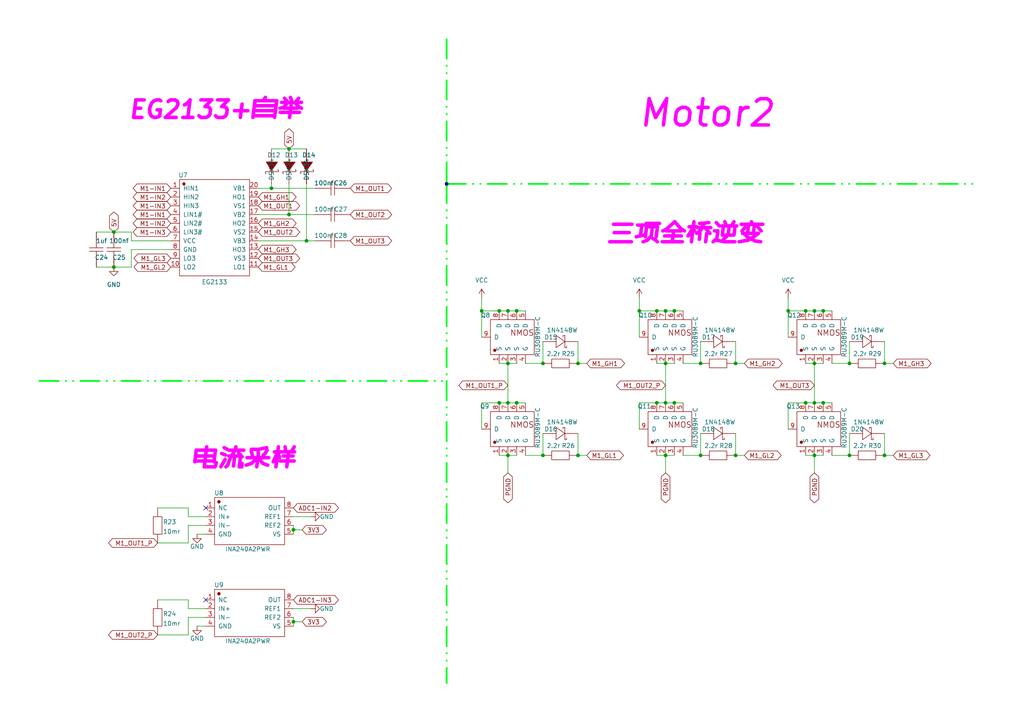
<source format=kicad_sch>
(kicad_sch (version 20250114) (generator "eeschema") (generator_version "9.0")
  (paper "A4")
  (title_block (title "Drive2") (date "2025-01-24") (rev "Dennis_Re_Yoonjiho"))
  (lib_symbols
    (symbol "Ts_Foc_Vo符号库:1N4148W" (pin_numbers (hide yes)) (pin_names (offset 1.016) (hide yes))
      (property "Reference" "D" (at -5.08 1.524 0))
      (property "Value" "1N4148W" (at 1.016 3.048 0))
      (symbol "1N4148W_1_1"
        (polyline (pts (xy -2.54 0) (xy -1.27 0)) (stroke (width 0.1524)))
        (polyline (pts (xy -1.27 -1.778) (xy 1.27 0) (xy -1.27 1.778) (xy -1.27 -1.778)) (stroke (width 0.1524)))
        (polyline (pts (xy 1.27 0) (xy 2.54 0)) (stroke (width 0.1524)))
        (polyline (pts (xy 1.778 -1.27) (xy 1.778 -1.778) (xy 1.27 -1.778) (xy 1.27 1.778) (xy 0.762 1.778) (xy 0.762 1.27)) (stroke (width 0.1524)))
        (pin input line (at -5.08 0 0) (length 2.54) (name "A") (number "1"))
        (pin input line (at 5.08 0 180) (length 2.54) (name "K") (number "2"))
      )
    )
    (symbol "Ts_Foc_Vo符号库:CAP" (pin_numbers (hide yes)) (pin_names (offset 1.016) (hide yes))
      (property "Reference" "C" (at -2.286 1.524 0))
      (property "Value" "Value" (at 3.81 1.524 0))
      (symbol "CAP_1_1"
        (polyline (pts (xy -0.508 0) (xy -2.54 0)) (stroke (width 0.1524)))
        (polyline (pts (xy -0.508 -2.032) (xy -0.508 2.032)) (stroke (width 0.1524)))
        (polyline (pts (xy 0.508 2.032) (xy 0.508 -2.032)) (stroke (width 0.1524)))
        (polyline (pts (xy 2.54 0) (xy 0.508 0)) (stroke (width 0.1524)))
        (pin input line (at -5.08 0 0) (length 2.54) (name "1") (number "1"))
        (pin input line (at 5.08 0 180) (length 2.54) (name "2") (number "2"))
      )
    )
    (symbol "Ts_Foc_Vo符号库:DSK34" (pin_numbers (hide yes)) (pin_names (offset 1.016) (hide yes))
      (property "Reference" "D" (at -4.064 1.778 0))
      (property "Value" "DSK34" (at 3.048 2.54 0))
      (symbol "DSK34_1_1"
        (polyline (pts (xy -2.032 1.524) (xy -2.032 1.778) (xy -1.524 1.778) (xy -1.524 -2.032) (xy -1.016 -2.032) (xy -1.016 -1.778)) (stroke (width 0.1524)))
        (polyline (pts (xy 1.27 1.524) (xy -1.27 0) (xy 1.27 -1.778) (xy 1.27 1.524)) (stroke (width 0.1524)) (fill (type outline)))
        (pin input line (at -5.08 0 0) (length 3.81) (name "K") (number "1"))
        (pin input line (at 5.08 0 180) (length 3.81) (name "A") (number "2"))
      )
    )
    (symbol "Ts_Foc_Vo符号库:EG2133" (pin_names (offset 1.016))
      (property "Reference" "U" (at -9.652 14.986 0))
      (property "Value" "EG2133" (at 1.524 15.494 0))
      (symbol "EG2133_1_1"
        (rectangle (start -10.16 13.97) (end 10.16 -13.97) (stroke (width 0.1524)))
        (circle (center -8.89 12.7) (radius 0.381) (stroke (width 0.1524)) (fill (type outline)))
        (pin input line (at -12.7 11.43 0) (length 2.54) (name "HIN1") (number "1"))
        (pin input line (at -12.7 8.89 0) (length 2.54) (name "HIN2") (number "2"))
        (pin input line (at -12.7 6.35 0) (length 2.54) (name "HIN3") (number "3"))
        (pin input line (at -12.7 3.81 0) (length 2.54) (name "LIN1#") (number "4"))
        (pin input line (at -12.7 1.27 0) (length 2.54) (name "LIN2#") (number "5"))
        (pin input line (at -12.7 -1.27 0) (length 2.54) (name "LIN3#") (number "6"))
        (pin input line (at -12.7 -3.81 0) (length 2.54) (name "VCC") (number "7"))
        (pin input line (at -12.7 -6.35 0) (length 2.54) (name "GND") (number "8"))
        (pin input line (at -12.7 -8.89 0) (length 2.54) (name "LO3") (number "9"))
        (pin input line (at -12.7 -11.43 0) (length 2.54) (name "LO2") (number "10"))
        (pin input line (at 12.7 11.43 180) (length 2.54) (name "VB1") (number "20"))
        (pin input line (at 12.7 8.89 180) (length 2.54) (name "HO1") (number "19"))
        (pin input line (at 12.7 6.35 180) (length 2.54) (name "VS1") (number "18"))
        (pin input line (at 12.7 3.81 180) (length 2.54) (name "VB2") (number "17"))
        (pin input line (at 12.7 1.27 180) (length 2.54) (name "HO2") (number "16"))
        (pin input line (at 12.7 -1.27 180) (length 2.54) (name "VS2") (number "15"))
        (pin input line (at 12.7 -3.81 180) (length 2.54) (name "VB3") (number "14"))
        (pin input line (at 12.7 -6.35 180) (length 2.54) (name "HO3") (number "13"))
        (pin input line (at 12.7 -8.89 180) (length 2.54) (name "VS3") (number "12"))
        (pin input line (at 12.7 -11.43 180) (length 2.54) (name "LO1") (number "11"))
      )
    )
    (symbol "Ts_Foc_Vo符号库:INA240A2PWR" (pin_names (offset 1.016))
      (property "Reference" "U" (at -9.906 8.128 0))
      (property "Value" "INA240A2PWR" (at 0.762 8.128 0))
      (symbol "INA240A2PWR_1_1"
        (rectangle (start -10.16 6.858) (end 10.16 -6.858) (stroke (width 0.1524)))
        (circle (center -8.89 5.588) (radius 0.381) (stroke (width 0.1524)) (fill (type outline)))
        (circle (center -8.89 5.588) (radius 0.381) (stroke (width 0.1524)) (fill (type outline)))
        (pin input line (at -12.7 3.81 0) (length 2.54) (name "NC") (number "1"))
        (pin input line (at -12.7 1.27 0) (length 2.54) (name "IN+") (number "2"))
        (pin input line (at -12.7 -1.27 0) (length 2.54) (name "IN-") (number "3"))
        (pin input line (at -12.7 -3.81 0) (length 2.54) (name "GND") (number "4"))
        (pin input line (at 12.7 3.81 180) (length 2.54) (name "OUT") (number "8"))
        (pin input line (at 12.7 1.27 180) (length 2.54) (name "REF1") (number "7"))
        (pin input line (at 12.7 -1.27 180) (length 2.54) (name "REF2") (number "6"))
        (pin input line (at 12.7 -3.81 180) (length 2.54) (name "VS") (number "5"))
      )
    )
    (symbol "Ts_Foc_Vo符号库:RES" (pin_numbers (hide yes)) (pin_names (offset 1.016) (hide yes))
      (property "Reference" "R" (at -2.286 2.032 0))
      (property "Value" "Value" (at 2.286 2.032 0))
      (symbol "RES_1_1"
        (rectangle (start -2.54 1.27) (end 2.54 -1.27) (stroke (width 0.1524)))
        (pin input line (at -5.08 0 0) (length 2.54) (name "1") (number "1"))
        (pin input line (at 5.08 0 180) (length 2.54) (name "2") (number "2"))
      )
    )
    (symbol "Ts_Foc_Vo符号库:RU3089M-C" (pin_names (offset 1.016))
      (property "Reference" "Q" (at -4.572 6.096 0))
      (property "Value" "RU3089M-C" (at 0.254 -8.89 0))
      (symbol "RU3089M-C_1_1"
        (rectangle (start -5.08 5.08) (end 5.08 -7.62) (stroke (width 0.1524)))
        (circle (center -3.81 3.81) (radius 0.381) (stroke (width 0.1524)) (fill (type outline)))
        (text "NMOS" (at 1.27 -7.62 900) (effects (font (size 1.6256 1.6256)) (justify left)))
        (pin input line (at -7.62 2.54 0) (length 2.54) (name "S") (number "1"))
        (pin input line (at -7.62 0 0) (length 2.54) (name "S") (number "2"))
        (pin input line (at -7.62 -2.54 0) (length 2.54) (name "S") (number "3"))
        (pin input line (at -7.62 -5.08 0) (length 2.54) (name "G") (number "4"))
        (pin input line (at 0 7.62 270) (length 2.54) (name "D") (number "9"))
        (pin input line (at 7.62 2.54 180) (length 2.54) (name "D") (number "8"))
        (pin input line (at 7.62 0 180) (length 2.54) (name "D") (number "7"))
        (pin input line (at 7.62 -2.54 180) (length 2.54) (name "D") (number "6"))
        (pin input line (at 7.62 -5.08 180) (length 2.54) (name "D") (number "5"))
      )
    )
    (symbol "power:GND" (power) (pin_numbers (hide yes)) (pin_names (offset 0) (hide yes))
      (property "Value" "GND" (at 0 -3.81 0))
      (symbol "GND_0_1"
        (polyline (pts (xy 0 0) (xy 0 -1.27) (xy 1.27 -1.27) (xy 0 -2.54) (xy -1.27 -1.27) (xy 0 -1.27)))
      )
      (symbol "GND_1_1"
        (pin power_in line (at 0 0 270) (length 0) (name "~") (number "1"))
      )
    )
    (symbol "power:VCC" (power) (pin_numbers (hide yes)) (pin_names (offset 0) (hide yes))
      (property "Value" "VCC" (at 0 3.556 0))
      (symbol "VCC_0_1"
        (polyline (pts (xy -0.762 1.27) (xy 0 2.54)))
        (polyline (pts (xy 0 2.54) (xy 0.762 1.27)))
        (polyline (pts (xy 0 0) (xy 0 2.54)))
      )
      (symbol "VCC_1_1"
        (pin power_in line (at 0 0 90) (length 0) (name "~") (number "1"))
      )
    )
  )
  (text "EG2133+自举" (exclude_from_sim yes) (at 62.738 32.004 0) (effects (font (size 5.08 5.08) (thickness 1.016) (bold yes) (italic yes))))
  (text "电流采样" (exclude_from_sim yes) (at 70.866 133.35 0) (effects (font (size 5.08 5.08) (thickness 1.016) (bold yes) (italic yes))))
  (text "三项全桥逆变" (exclude_from_sim yes) (at 198.882 68.072 0) (effects (font (size 5.08 5.08) (thickness 1.016) (bold yes) (italic yes))))
  (text "Motor2" (exclude_from_sim yes) (at 204.978 33.02 0) (effects (font (size 7.62 7.62) (thickness 1.016) (bold yes) (italic yes))))
  (junction (at 203.2 132.08))
  (junction (at 238.76 90.17))
  (junction (at 85.09 180.34))
  (junction (at 193.04 132.08))
  (junction (at 246.38 132.08))
  (junction (at 190.5 116.84))
  (junction (at 157.48 105.41))
  (junction (at 193.04 105.41))
  (junction (at 83.82 62.23))
  (junction (at 236.22 90.17))
  (junction (at 238.76 116.84))
  (junction (at 213.36 132.08))
  (junction (at 147.32 116.84))
  (junction (at 149.86 116.84))
  (junction (at 33.02 67.31))
  (junction (at 213.36 105.41))
  (junction (at 144.78 116.84))
  (junction (at 129.54 53.34))
  (junction (at 193.04 90.17))
  (junction (at 190.5 90.17))
  (junction (at 149.86 90.17))
  (junction (at 144.78 90.17))
  (junction (at 236.22 105.41))
  (junction (at 88.9 69.85))
  (junction (at 203.2 105.41))
  (junction (at 236.22 132.08))
  (junction (at 147.32 105.41))
  (junction (at 167.64 105.41))
  (junction (at 236.22 116.84))
  (junction (at 167.64 132.08))
  (junction (at 147.32 90.17))
  (junction (at 228.6 90.17))
  (junction (at 33.02 77.47))
  (junction (at 193.04 116.84))
  (junction (at 78.74 54.61))
  (junction (at 83.82 43.18))
  (junction (at 129.54 110.49) (diameter 0.127) (color 0 255 25 1))
  (junction (at 157.48 132.08))
  (junction (at 147.32 132.08))
  (junction (at 139.7 90.17))
  (junction (at 85.09 153.67))
  (junction (at 233.68 116.84))
  (junction (at 185.42 90.17))
  (junction (at 246.38 105.41))
  (junction (at 256.54 132.08))
  (junction (at 233.68 90.17))
  (junction (at 195.58 90.17))
  (junction (at 256.54 105.41))
  (junction (at 195.58 116.84))
  (no_connect (at 59.69 147.32))
  (no_connect (at 59.69 173.99))
  (wire (pts (xy 139.7 116.84) (xy 144.78 116.84)))
  (wire (pts (xy 59.69 176.53) (xy 54.61 176.53)))
  (bus (pts (xy 129.54 53.34) (xy 283.21 53.34)) (stroke (width 0.508) (type dash_dot_dot) (color 0 255 25 1)))
  (wire (pts (xy 241.3 132.08) (xy 246.38 132.08)))
  (wire (pts (xy 190.5 116.84) (xy 193.04 116.84)))
  (wire (pts (xy 144.78 116.84) (xy 147.32 116.84)))
  (wire (pts (xy 190.5 90.17) (xy 185.42 90.17)))
  (wire (pts (xy 144.78 132.08) (xy 147.32 132.08)))
  (wire (pts (xy 78.74 43.18) (xy 83.82 43.18)))
  (wire (pts (xy 139.7 90.17) (xy 139.7 97.79)))
  (bus (pts (xy 129.54 53.34) (xy 129.54 110.49)) (stroke (width 0.508) (type dash_dot_dot) (color 0 255 25 1)))
  (wire (pts (xy 45.72 157.48) (xy 54.61 157.48)))
  (wire (pts (xy 256.54 125.73) (xy 256.54 132.08)))
  (bus (pts (xy 129.54 110.49) (xy 129.54 198.12)) (stroke (width 0.508) (type dash_dot_dot) (color 0 255 25 1)))
  (wire (pts (xy 233.68 132.08) (xy 236.22 132.08)))
  (wire (pts (xy 139.7 124.46) (xy 139.7 116.84)))
  (wire (pts (xy 236.22 132.08) (xy 238.76 132.08)))
  (wire (pts (xy 57.15 154.94) (xy 59.69 154.94)))
  (wire (pts (xy 213.36 105.41) (xy 215.9 105.41)))
  (wire (pts (xy 49.53 72.39) (xy 38.1 72.39)))
  (wire (pts (xy 190.5 90.17) (xy 193.04 90.17)))
  (wire (pts (xy 185.42 124.46) (xy 185.42 116.84)))
  (wire (pts (xy 233.68 90.17) (xy 236.22 90.17)))
  (wire (pts (xy 87.63 153.67) (xy 85.09 153.67)))
  (wire (pts (xy 157.48 99.06) (xy 157.48 105.41)))
  (wire (pts (xy 147.32 116.84) (xy 149.86 116.84)))
  (wire (pts (xy 193.04 105.41) (xy 195.58 105.41)))
  (wire (pts (xy 27.94 67.31) (xy 33.02 67.31)))
  (wire (pts (xy 54.61 152.4) (xy 59.69 152.4)))
  (wire (pts (xy 241.3 105.41) (xy 246.38 105.41)))
  (wire (pts (xy 246.38 99.06) (xy 246.38 105.41)))
  (wire (pts (xy 213.36 99.06) (xy 213.36 105.41)))
  (wire (pts (xy 33.02 67.31) (xy 38.1 67.31)))
  (wire (pts (xy 167.64 99.06) (xy 167.64 105.41)))
  (wire (pts (xy 256.54 132.08) (xy 259.08 132.08)))
  (wire (pts (xy 185.42 116.84) (xy 190.5 116.84)))
  (wire (pts (xy 149.86 90.17) (xy 152.4 90.17)))
  (wire (pts (xy 78.74 53.34) (xy 78.74 54.61)))
  (wire (pts (xy 203.2 99.06) (xy 203.2 105.41)))
  (wire (pts (xy 88.9 53.34) (xy 88.9 69.85)))
  (wire (pts (xy 83.82 43.18) (xy 88.9 43.18)))
  (wire (pts (xy 193.04 132.08) (xy 195.58 132.08)))
  (wire (pts (xy 228.6 86.36) (xy 228.6 90.17)))
  (wire (pts (xy 236.22 90.17) (xy 238.76 90.17)))
  (wire (pts (xy 54.61 157.48) (xy 54.61 152.4)))
  (wire (pts (xy 167.64 105.41) (xy 170.18 105.41)))
  (wire (pts (xy 228.6 90.17) (xy 228.6 97.79)))
  (wire (pts (xy 190.5 105.41) (xy 193.04 105.41)))
  (wire (pts (xy 185.42 90.17) (xy 185.42 97.79)))
  (wire (pts (xy 238.76 90.17) (xy 241.3 90.17)))
  (wire (pts (xy 144.78 90.17) (xy 147.32 90.17)))
  (wire (pts (xy 236.22 116.84) (xy 238.76 116.84)))
  (wire (pts (xy 85.09 180.34) (xy 85.09 181.61)))
  (wire (pts (xy 147.32 90.17) (xy 149.86 90.17)))
  (wire (pts (xy 54.61 147.32) (xy 45.72 147.32)))
  (wire (pts (xy 193.04 90.17) (xy 195.58 90.17)))
  (wire (pts (xy 152.4 105.41) (xy 157.48 105.41)))
  (wire (pts (xy 57.15 181.61) (xy 59.69 181.61)))
  (wire (pts (xy 152.4 132.08) (xy 157.48 132.08)))
  (wire (pts (xy 54.61 173.99) (xy 45.72 173.99)))
  (wire (pts (xy 233.68 90.17) (xy 228.6 90.17)))
  (wire (pts (xy 203.2 125.73) (xy 203.2 132.08)))
  (wire (pts (xy 54.61 176.53) (xy 54.61 173.99)))
  (wire (pts (xy 54.61 179.07) (xy 59.69 179.07)))
  (wire (pts (xy 88.9 69.85) (xy 91.44 69.85)))
  (wire (pts (xy 167.64 132.08) (xy 170.18 132.08)))
  (wire (pts (xy 213.36 125.73) (xy 213.36 132.08)))
  (wire (pts (xy 157.48 125.73) (xy 157.48 132.08)))
  (wire (pts (xy 27.94 77.47) (xy 33.02 77.47)))
  (wire (pts (xy 74.93 54.61) (xy 78.74 54.61)))
  (wire (pts (xy 195.58 116.84) (xy 198.12 116.84)))
  (wire (pts (xy 78.74 54.61) (xy 91.44 54.61)))
  (wire (pts (xy 90.17 176.53) (xy 85.09 176.53)))
  (wire (pts (xy 233.68 116.84) (xy 236.22 116.84)))
  (wire (pts (xy 236.22 105.41) (xy 238.76 105.41)))
  (bus (pts (xy 129.54 11.43) (xy 129.54 53.34)) (stroke (width 0.508) (type dash_dot_dot) (color 0 255 25 1)))
  (wire (pts (xy 45.72 184.15) (xy 54.61 184.15)))
  (bus (pts (xy 11.43 110.49) (xy 129.54 110.49)) (stroke (width 0.508) (type dash_dot_dot) (color 0 255 25 1)))
  (wire (pts (xy 198.12 105.41) (xy 203.2 105.41)))
  (wire (pts (xy 38.1 77.47) (xy 33.02 77.47)))
  (wire (pts (xy 85.09 179.07) (xy 85.09 180.34)))
  (wire (pts (xy 59.69 149.86) (xy 54.61 149.86)))
  (wire (pts (xy 74.93 69.85) (xy 88.9 69.85)))
  (wire (pts (xy 85.09 152.4) (xy 85.09 153.67)))
  (wire (pts (xy 147.32 105.41) (xy 147.32 116.84)))
  (wire (pts (xy 246.38 125.73) (xy 246.38 132.08)))
  (wire (pts (xy 90.17 149.86) (xy 85.09 149.86)))
  (wire (pts (xy 38.1 72.39) (xy 38.1 77.47)))
  (wire (pts (xy 139.7 86.36) (xy 139.7 90.17)))
  (wire (pts (xy 238.76 116.84) (xy 241.3 116.84)))
  (wire (pts (xy 144.78 90.17) (xy 139.7 90.17)))
  (wire (pts (xy 144.78 105.41) (xy 147.32 105.41)))
  (wire (pts (xy 195.58 90.17) (xy 198.12 90.17)))
  (wire (pts (xy 198.12 132.08) (xy 203.2 132.08)))
  (wire (pts (xy 38.1 67.31) (xy 38.1 69.85)))
  (wire (pts (xy 74.93 62.23) (xy 83.82 62.23)))
  (wire (pts (xy 147.32 137.16) (xy 147.32 132.08)))
  (wire (pts (xy 85.09 153.67) (xy 85.09 154.94)))
  (wire (pts (xy 193.04 105.41) (xy 193.04 116.84)))
  (wire (pts (xy 147.32 132.08) (xy 149.86 132.08)))
  (wire (pts (xy 167.64 125.73) (xy 167.64 132.08)))
  (wire (pts (xy 54.61 149.86) (xy 54.61 147.32)))
  (wire (pts (xy 256.54 105.41) (xy 259.08 105.41)))
  (wire (pts (xy 149.86 116.84) (xy 152.4 116.84)))
  (wire (pts (xy 147.32 105.41) (xy 149.86 105.41)))
  (wire (pts (xy 228.6 116.84) (xy 233.68 116.84)))
  (wire (pts (xy 190.5 132.08) (xy 193.04 132.08)))
  (wire (pts (xy 83.82 62.23) (xy 91.44 62.23)))
  (wire (pts (xy 233.68 105.41) (xy 236.22 105.41)))
  (wire (pts (xy 87.63 180.34) (xy 85.09 180.34)))
  (wire (pts (xy 83.82 53.34) (xy 83.82 62.23)))
  (wire (pts (xy 193.04 137.16) (xy 193.04 132.08)))
  (wire (pts (xy 236.22 105.41) (xy 236.22 116.84)))
  (wire (pts (xy 236.22 137.16) (xy 236.22 132.08)))
  (wire (pts (xy 213.36 132.08) (xy 215.9 132.08)))
  (wire (pts (xy 38.1 69.85) (xy 49.53 69.85)))
  (wire (pts (xy 185.42 86.36) (xy 185.42 90.17)))
  (wire (pts (xy 193.04 116.84) (xy 195.58 116.84)))
  (wire (pts (xy 228.6 124.46) (xy 228.6 116.84)))
  (wire (pts (xy 54.61 184.15) (xy 54.61 179.07)))
  (wire (pts (xy 256.54 99.06) (xy 256.54 105.41)))
  (global_label "M1_GL1" (shape bidirectional) (at 74.93 77.47 0) (property "Intersheetrefs" "${INTERSHEET_REFS}" (effects (hide yes))))
  (global_label "M1-IN3" (shape bidirectional) (at 49.53 67.31 180) (property "Intersheetrefs" "${INTERSHEET_REFS}" (effects (hide yes))))
  (global_label "M1_OUT2_P" (shape bidirectional) (at 45.72 184.15 180) (property "Intersheetrefs" "${INTERSHEET_REFS}" (effects (hide yes))))
  (global_label "M1-IN2" (shape bidirectional) (at 49.53 64.77 180) (property "Intersheetrefs" "${INTERSHEET_REFS}" (effects (hide yes))))
  (global_label "ADC1-IN2" (shape bidirectional) (at 85.09 147.32 0) (property "Intersheetrefs" "${INTERSHEET_REFS}" (effects (hide yes))))
  (global_label "M1_GH3" (shape bidirectional) (at 259.08 105.41 0) (property "Intersheetrefs" "${INTERSHEET_REFS}" (effects (hide yes))))
  (global_label "M1_OUT2" (shape bidirectional) (at 74.93 67.31 0) (property "Intersheetrefs" "${INTERSHEET_REFS}" (effects (hide yes))))
  (global_label "M1-IN1" (shape bidirectional) (at 49.53 62.23 180) (property "Intersheetrefs" "${INTERSHEET_REFS}" (effects (hide yes))))
  (global_label "M1_GH2" (shape bidirectional) (at 74.93 64.77 0) (property "Intersheetrefs" "${INTERSHEET_REFS}" (effects (hide yes))))
  (global_label "3V3" (shape bidirectional) (at 87.63 180.34 0) (property "Intersheetrefs" "${INTERSHEET_REFS}" (effects (hide yes))))
  (global_label "PGND" (shape bidirectional) (at 147.32 137.16 270) (property "Intersheetrefs" "${INTERSHEET_REFS}" (effects (hide yes))))
  (global_label "PGND" (shape bidirectional) (at 236.22 137.16 270) (property "Intersheetrefs" "${INTERSHEET_REFS}" (effects (hide yes))))
  (global_label "ADC1-IN3" (shape bidirectional) (at 85.09 173.99 0) (property "Intersheetrefs" "${INTERSHEET_REFS}" (effects (hide yes))))
  (global_label "3V3" (shape bidirectional) (at 87.63 153.67 0) (property "Intersheetrefs" "${INTERSHEET_REFS}" (effects (hide yes))))
  (global_label "5V" (shape bidirectional) (at 33.02 67.31 90) (property "Intersheetrefs" "${INTERSHEET_REFS}" (effects (hide yes))))
  (global_label "M1_GL3" (shape bidirectional) (at 259.08 132.08 0) (property "Intersheetrefs" "${INTERSHEET_REFS}" (effects (hide yes))))
  (global_label "M1_OUT3" (shape bidirectional) (at 101.6 69.85 0) (property "Intersheetrefs" "${INTERSHEET_REFS}" (effects (hide yes))))
  (global_label "M1-IN1" (shape bidirectional) (at 49.53 54.61 180) (property "Intersheetrefs" "${INTERSHEET_REFS}" (effects (hide yes))))
  (global_label "M1_GL3" (shape bidirectional) (at 49.53 74.93 180) (property "Intersheetrefs" "${INTERSHEET_REFS}" (effects (hide yes))))
  (global_label "PGND" (shape bidirectional) (at 193.04 137.16 270) (property "Intersheetrefs" "${INTERSHEET_REFS}" (effects (hide yes))))
  (global_label "M1_OUT2" (shape bidirectional) (at 101.6 62.23 0) (property "Intersheetrefs" "${INTERSHEET_REFS}" (effects (hide yes))))
  (global_label "M1_OUT1_P" (shape bidirectional) (at 147.32 111.76 180) (property "Intersheetrefs" "${INTERSHEET_REFS}" (effects (hide yes))))
  (global_label "M1_OUT1_P" (shape bidirectional) (at 45.72 157.48 180) (property "Intersheetrefs" "${INTERSHEET_REFS}" (effects (hide yes))))
  (global_label "M1_OUT3" (shape bidirectional) (at 236.22 111.76 180) (property "Intersheetrefs" "${INTERSHEET_REFS}" (effects (hide yes))))
  (global_label "M1-IN3" (shape bidirectional) (at 49.53 59.69 180) (property "Intersheetrefs" "${INTERSHEET_REFS}" (effects (hide yes))))
  (global_label "M1_GL1" (shape bidirectional) (at 170.18 132.08 0) (property "Intersheetrefs" "${INTERSHEET_REFS}" (effects (hide yes))))
  (global_label "M1_OUT2_P" (shape bidirectional) (at 193.04 111.76 180) (property "Intersheetrefs" "${INTERSHEET_REFS}" (effects (hide yes))))
  (global_label "M1-IN2" (shape bidirectional) (at 49.53 57.15 180) (property "Intersheetrefs" "${INTERSHEET_REFS}" (effects (hide yes))))
  (global_label "M1_GH1" (shape bidirectional) (at 170.18 105.41 0) (property "Intersheetrefs" "${INTERSHEET_REFS}" (effects (hide yes))))
  (global_label "M1_OUT1" (shape bidirectional) (at 74.93 59.69 0) (property "Intersheetrefs" "${INTERSHEET_REFS}" (effects (hide yes))))
  (global_label "5V" (shape bidirectional) (at 83.82 43.18 90) (property "Intersheetrefs" "${INTERSHEET_REFS}" (effects (hide yes))))
  (global_label "M1_GL2" (shape bidirectional) (at 215.9 132.08 0) (property "Intersheetrefs" "${INTERSHEET_REFS}" (effects (hide yes))))
  (global_label "M1_OUT1" (shape bidirectional) (at 101.6 54.61 0) (property "Intersheetrefs" "${INTERSHEET_REFS}" (effects (hide yes))))
  (global_label "M1_OUT3" (shape bidirectional) (at 74.93 74.93 0) (property "Intersheetrefs" "${INTERSHEET_REFS}" (effects (hide yes))))
  (global_label "M1_GH2" (shape bidirectional) (at 215.9 105.41 0) (property "Intersheetrefs" "${INTERSHEET_REFS}" (effects (hide yes))))
  (global_label "M1_GL2" (shape bidirectional) (at 49.53 77.47 180) (property "Intersheetrefs" "${INTERSHEET_REFS}" (effects (hide yes))))
  (global_label "M1_GH3" (shape bidirectional) (at 74.93 72.39 0) (property "Intersheetrefs" "${INTERSHEET_REFS}" (effects (hide yes))))
  (global_label "M1_GH1" (shape bidirectional) (at 74.93 57.15 0) (property "Intersheetrefs" "${INTERSHEET_REFS}" (effects (hide yes))))
  (symbol (lib_id "Ts_Foc_Vo符号库:INA240A2PWR") (at 72.39 151.13 0) (unit 1)
    (property "Reference" "U8" (at 63.5 143.002 0))
    (property "Value" "INA240A2PWR" (at 71.882 159.258 0))
    (property "Footprint" "Ts_Foc_Vo封装库:INA240A2PWR_TSSOP-8" (effects (hide yes)))
    (property "Datasheet" "http://www.szlcsc.com/product/details_141236.html" (effects (hide yes)))
    (property "SuppliersPartNumber" "C129949" (effects (hide yes)))
    (property "uuid" "std:dbcaa12a6f174e2384008bee47427f39" (effects (hide yes)))
  )
  (symbol (lib_id "power:VCC") (at 228.6 86.36 0) (unit 1)
    (property "Reference" "#PWR033" (effects (hide yes)))
    (property "Value" "VCC" (at 228.6 81.28 0))
    (property "Description" "Power symbol creates a global label with name \"VCC\"" (effects (hide yes)))
  )
  (symbol (lib_id "Ts_Foc_Vo符号库:DSK34") (at 83.82 48.26 90) (unit 1)
    (property "Reference" "D13" (at 82.55 44.958 90) (effects (justify right)))
    (property "Value" "DSK34" (at 83.82 45.974 0) (effects (justify right)))
    (property "Footprint" "Ts_Foc_Vo封装库:DSK_34_SOD-123" (effects (hide yes)))
    (property "Datasheet" "http://www.szlcsc.com/product/details_42013.html" (effects (hide yes)))
    (property "SuppliersPartNumber" "C41029" (effects (hide yes)))
    (property "uuid" "std:903b54571892a6e30fa8884d00bf870c" (effects (hide yes)))
  )
  (symbol (lib_id "Ts_Foc_Vo符号库:RU3089M-C") (at 193.04 124.46 90) (unit 1)
    (property "Reference" "Q11" (at 184.912 117.856 90) (effects (justify right)))
    (property "Value" "RU3089M-C" (at 201.676 118.11 0) (effects (justify right)))
    (property "Footprint" "Ts_Foc_Vo封装库:RU3089M-C_PQFN-8" (effects (hide yes)))
    (property "Datasheet" "http://www.szlcsc.com/product/details_539374.html" (effects (hide yes)))
    (property "SuppliersPartNumber" "C521551" (effects (hide yes)))
    (property "uuid" "std:eaed6c6dee514a1b9b59ef9944d5e1b5" (effects (hide yes)))
  )
  (symbol (lib_id "Ts_Foc_Vo符号库:RU3089M-C") (at 193.04 97.79 90) (unit 1)
    (property "Reference" "Q10" (at 185.166 91.44 90) (effects (justify right)))
    (property "Value" "RU3089M-C" (at 201.676 91.694 0) (effects (justify right)))
    (property "Footprint" "Ts_Foc_Vo封装库:RU3089M-C_PQFN-8" (effects (hide yes)))
    (property "Datasheet" "http://www.szlcsc.com/product/details_539374.html" (effects (hide yes)))
    (property "SuppliersPartNumber" "C521551" (effects (hide yes)))
    (property "uuid" "std:eaed6c6dee514a1b9b59ef9944d5e1b5" (effects (hide yes)))
  )
  (symbol (lib_id "Ts_Foc_Vo符号库:EG2133") (at 62.23 66.04 0) (unit 1)
    (property "Reference" "U7" (at 53.086 50.8 0))
    (property "Value" "EG2133" (at 62.23 81.788 0))
    (property "Footprint" "Ts_Foc_Vo封装库:EG2133_TSSOP" (effects (hide yes)))
    (property "Datasheet" "http://www.szlcsc.com/product/details_210302.html" (effects (hide yes)))
    (property "SuppliersPartNumber" "C190343" (effects (hide yes)))
    (property "uuid" "std:82a7a7bdfd1b4a9494bc5f3b5bda1d75" (effects (hide yes)))
  )
  (symbol (lib_id "Ts_Foc_Vo符号库:CAP") (at 96.52 54.61 180) (unit 1)
    (property "Reference" "C26" (at 98.806 53.086 0))
    (property "Value" "100nf" (at 93.98 53.086 0))
    (property "Footprint" "Ts_Foc_Vo封装库:CAP_0402" (effects (hide yes)))
    (property "Datasheet" "http://www.szlcsc.com/product/details_602003.html" (effects (hide yes)))
    (property "SuppliersPartNumber" "C575438" (effects (hide yes)))
    (property "uuid" "std:0b682b3549a44c2f91624e74dc370f45" (effects (hide yes)))
  )
  (symbol (lib_id "Ts_Foc_Vo符号库:INA240A2PWR") (at 72.39 177.8 0) (unit 1)
    (property "Reference" "U9" (at 63.5 169.672 0))
    (property "Value" "INA240A2PWR" (at 71.882 185.928 0))
    (property "Footprint" "Ts_Foc_Vo封装库:INA240A2PWR_TSSOP-8" (effects (hide yes)))
    (property "Datasheet" "http://www.szlcsc.com/product/details_141236.html" (effects (hide yes)))
    (property "SuppliersPartNumber" "C129949" (effects (hide yes)))
    (property "uuid" "std:dbcaa12a6f174e2384008bee47427f39" (effects (hide yes)))
  )
  (symbol (lib_id "power:GND") (at 33.02 77.47 0) (unit 1)
    (property "Reference" "#PWR026" (effects (hide yes)))
    (property "Value" "GND" (at 33.02 82.55 0))
    (property "Description" "Power symbol creates a global label with name \"GND\" , ground" (effects (hide yes)))
  )
  (symbol (lib_id "Ts_Foc_Vo符号库:CAP") (at 33.02 72.39 90) (unit 1)
    (property "Reference" "C25" (at 34.544 74.676 90))
    (property "Value" "100nf" (at 34.544 69.85 90))
    (property "Footprint" "Ts_Foc_Vo封装库:CAP_0402" (effects (hide yes)))
    (property "Datasheet" "http://www.szlcsc.com/product/details_602003.html" (effects (hide yes)))
    (property "SuppliersPartNumber" "C575438" (effects (hide yes)))
    (property "uuid" "std:0b682b3549a44c2f91624e74dc370f45" (effects (hide yes)))
  )
  (symbol (lib_id "Ts_Foc_Vo符号库:RES") (at 251.46 132.08 0) (unit 1)
    (property "Reference" "R30" (at 253.746 129.286 0))
    (property "Value" "2.2r" (at 249.428 129.286 0))
    (property "Footprint" "Ts_Foc_Vo封装库:Res_0402" (effects (hide yes)))
    (property "SuppliersPartNumber" "C5200633" (effects (hide yes)))
    (property "uuid" "std:0c78b8f437b74d4badbc2695159e48f2" (effects (hide yes)))
  )
  (symbol (lib_id "Ts_Foc_Vo符号库:RU3089M-C") (at 236.22 124.46 90) (unit 1)
    (property "Reference" "Q13" (at 228.092 117.856 90) (effects (justify right)))
    (property "Value" "RU3089M-C" (at 244.856 118.11 0) (effects (justify right)))
    (property "Footprint" "Ts_Foc_Vo封装库:RU3089M-C_PQFN-8" (effects (hide yes)))
    (property "Datasheet" "http://www.szlcsc.com/product/details_539374.html" (effects (hide yes)))
    (property "SuppliersPartNumber" "C521551" (effects (hide yes)))
    (property "uuid" "std:eaed6c6dee514a1b9b59ef9944d5e1b5" (effects (hide yes)))
  )
  (symbol (lib_id "Ts_Foc_Vo符号库:RES") (at 208.28 105.41 0) (unit 1)
    (property "Reference" "R27" (at 210.566 102.616 0))
    (property "Value" "2.2r" (at 206.248 102.616 0))
    (property "Footprint" "Ts_Foc_Vo封装库:Res_0402" (effects (hide yes)))
    (property "SuppliersPartNumber" "C5200633" (effects (hide yes)))
    (property "uuid" "std:0c78b8f437b74d4badbc2695159e48f2" (effects (hide yes)))
  )
  (symbol (lib_id "Ts_Foc_Vo符号库:RU3089M-C") (at 147.32 124.46 90) (unit 1)
    (property "Reference" "Q9" (at 139.192 117.856 90) (effects (justify right)))
    (property "Value" "RU3089M-C" (at 155.956 118.11 0) (effects (justify right)))
    (property "Footprint" "Ts_Foc_Vo封装库:RU3089M-C_PQFN-8" (effects (hide yes)))
    (property "Datasheet" "http://www.szlcsc.com/product/details_539374.html" (effects (hide yes)))
    (property "SuppliersPartNumber" "C521551" (effects (hide yes)))
    (property "uuid" "std:eaed6c6dee514a1b9b59ef9944d5e1b5" (effects (hide yes)))
  )
  (symbol (lib_id "Ts_Foc_Vo符号库:1N4148W") (at 251.46 99.06 0) (unit 1)
    (property "Reference" "D19" (at 248.666 97.79 0))
    (property "Value" "1N4148W" (at 251.968 95.758 0))
    (property "Footprint" "Ts_Foc_Vo封装库:1N4148W_SOD-123" (effects (hide yes)))
    (property "SuppliersPartNumber" "C7420318" (effects (hide yes)))
    (property "uuid" "std:ec7a5fe3cdee49c4ba67c555fdedf9eb" (effects (hide yes)))
  )
  (symbol (lib_id "Ts_Foc_Vo符号库:1N4148W") (at 208.28 99.06 0) (unit 1)
    (property "Reference" "D17" (at 205.486 97.79 0))
    (property "Value" "1N4148W" (at 208.788 95.758 0))
    (property "Footprint" "Ts_Foc_Vo封装库:1N4148W_SOD-123" (effects (hide yes)))
    (property "SuppliersPartNumber" "C7420318" (effects (hide yes)))
    (property "uuid" "std:ec7a5fe3cdee49c4ba67c555fdedf9eb" (effects (hide yes)))
  )
  (symbol (lib_id "Ts_Foc_Vo符号库:CAP") (at 96.52 62.23 180) (unit 1)
    (property "Reference" "C27" (at 98.806 60.706 0))
    (property "Value" "100nf" (at 93.98 60.706 0))
    (property "Footprint" "Ts_Foc_Vo封装库:CAP_0402" (effects (hide yes)))
    (property "Datasheet" "http://www.szlcsc.com/product/details_602003.html" (effects (hide yes)))
    (property "SuppliersPartNumber" "C575438" (effects (hide yes)))
    (property "uuid" "std:0b682b3549a44c2f91624e74dc370f45" (effects (hide yes)))
  )
  (symbol (lib_id "Ts_Foc_Vo符号库:1N4148W") (at 251.46 125.73 0) (unit 1)
    (property "Reference" "D20" (at 248.666 124.46 0))
    (property "Value" "1N4148W" (at 251.968 122.428 0))
    (property "Footprint" "Ts_Foc_Vo封装库:1N4148W_SOD-123" (effects (hide yes)))
    (property "SuppliersPartNumber" "C7420318" (effects (hide yes)))
    (property "uuid" "std:ec7a5fe3cdee49c4ba67c555fdedf9eb" (effects (hide yes)))
  )
  (symbol (lib_id "Ts_Foc_Vo符号库:RES") (at 251.46 105.41 0) (unit 1)
    (property "Reference" "R29" (at 253.746 102.616 0))
    (property "Value" "2.2r" (at 249.428 102.616 0))
    (property "Footprint" "Ts_Foc_Vo封装库:Res_0402" (effects (hide yes)))
    (property "SuppliersPartNumber" "C5200633" (effects (hide yes)))
    (property "uuid" "std:0c78b8f437b74d4badbc2695159e48f2" (effects (hide yes)))
  )
  (symbol (lib_id "power:GND") (at 90.17 176.53 90) (unit 1)
    (property "Reference" "#PWR030" (effects (hide yes)))
    (property "Value" "GND" (at 92.71 176.53 90) (effects (justify right)))
    (property "Description" "Power symbol creates a global label with name \"GND\" , ground" (effects (hide yes)))
  )
  (symbol (lib_id "Ts_Foc_Vo符号库:RES") (at 45.72 179.07 90) (unit 1)
    (property "Reference" "R24" (at 47.244 178.054 90) (effects (justify right)))
    (property "Value" "10mr" (at 47.244 180.848 90) (effects (justify right)))
    (property "Footprint" "Ts_Foc_Vo封装库:Res_1206" (effects (hide yes)))
    (property "SuppliersPartNumber" "C5200633" (effects (hide yes)))
    (property "uuid" "std:0c78b8f437b74d4badbc2695159e48f2" (effects (hide yes)))
  )
  (symbol (lib_id "Ts_Foc_Vo符号库:RES") (at 162.56 132.08 0) (unit 1)
    (property "Reference" "R26" (at 164.846 129.286 0))
    (property "Value" "2.2r" (at 160.528 129.286 0))
    (property "Footprint" "Ts_Foc_Vo封装库:Res_0402" (effects (hide yes)))
    (property "SuppliersPartNumber" "C5200633" (effects (hide yes)))
    (property "uuid" "std:0c78b8f437b74d4badbc2695159e48f2" (effects (hide yes)))
  )
  (symbol (lib_id "Ts_Foc_Vo符号库:CAP") (at 96.52 69.85 180) (unit 1)
    (property "Reference" "C28" (at 98.806 68.326 0))
    (property "Value" "100nf" (at 93.98 68.326 0))
    (property "Footprint" "Ts_Foc_Vo封装库:CAP_0402" (effects (hide yes)))
    (property "Datasheet" "http://www.szlcsc.com/product/details_602003.html" (effects (hide yes)))
    (property "SuppliersPartNumber" "C575438" (effects (hide yes)))
    (property "uuid" "std:0b682b3549a44c2f91624e74dc370f45" (effects (hide yes)))
  )
  (symbol (lib_id "Ts_Foc_Vo符号库:RES") (at 208.28 132.08 0) (unit 1)
    (property "Reference" "R28" (at 210.566 129.286 0))
    (property "Value" "2.2r" (at 206.248 129.286 0))
    (property "Footprint" "Ts_Foc_Vo封装库:Res_0402" (effects (hide yes)))
    (property "SuppliersPartNumber" "C5200633" (effects (hide yes)))
    (property "uuid" "std:0c78b8f437b74d4badbc2695159e48f2" (effects (hide yes)))
  )
  (symbol (lib_id "Ts_Foc_Vo符号库:RES") (at 162.56 105.41 0) (unit 1)
    (property "Reference" "R25" (at 164.846 102.616 0))
    (property "Value" "2.2r" (at 160.528 102.616 0))
    (property "Footprint" "Ts_Foc_Vo封装库:Res_0402" (effects (hide yes)))
    (property "SuppliersPartNumber" "C5200633" (effects (hide yes)))
    (property "uuid" "std:0c78b8f437b74d4badbc2695159e48f2" (effects (hide yes)))
  )
  (symbol (lib_id "power:VCC") (at 185.42 86.36 0) (unit 1)
    (property "Reference" "#PWR032" (effects (hide yes)))
    (property "Value" "VCC" (at 185.42 81.28 0))
    (property "Description" "Power symbol creates a global label with name \"VCC\"" (effects (hide yes)))
  )
  (symbol (lib_id "power:VCC") (at 139.7 86.36 0) (unit 1)
    (property "Reference" "#PWR031" (effects (hide yes)))
    (property "Value" "VCC" (at 139.7 81.28 0))
    (property "Description" "Power symbol creates a global label with name \"VCC\"" (effects (hide yes)))
  )
  (symbol (lib_id "Ts_Foc_Vo符号库:1N4148W") (at 162.56 99.06 0) (unit 1)
    (property "Reference" "D15" (at 159.766 97.79 0))
    (property "Value" "1N4148W" (at 163.068 95.758 0))
    (property "Footprint" "Ts_Foc_Vo封装库:1N4148W_SOD-123" (effects (hide yes)))
    (property "SuppliersPartNumber" "C7420318" (effects (hide yes)))
    (property "uuid" "std:ec7a5fe3cdee49c4ba67c555fdedf9eb" (effects (hide yes)))
  )
  (symbol (lib_id "Ts_Foc_Vo符号库:1N4148W") (at 208.28 125.73 0) (unit 1)
    (property "Reference" "D18" (at 205.486 124.46 0))
    (property "Value" "1N4148W" (at 208.788 122.428 0))
    (property "Footprint" "Ts_Foc_Vo封装库:1N4148W_SOD-123" (effects (hide yes)))
    (property "SuppliersPartNumber" "C7420318" (effects (hide yes)))
    (property "uuid" "std:ec7a5fe3cdee49c4ba67c555fdedf9eb" (effects (hide yes)))
  )
  (symbol (lib_id "Ts_Foc_Vo符号库:DSK34") (at 78.74 48.26 90) (unit 1)
    (property "Reference" "D12" (at 77.47 44.958 90) (effects (justify right)))
    (property "Value" "DSK34" (at 78.74 45.974 0) (effects (justify right)))
    (property "Footprint" "Ts_Foc_Vo封装库:DSK_34_SOD-123" (effects (hide yes)))
    (property "Datasheet" "http://www.szlcsc.com/product/details_42013.html" (effects (hide yes)))
    (property "SuppliersPartNumber" "C41029" (effects (hide yes)))
    (property "uuid" "std:903b54571892a6e30fa8884d00bf870c" (effects (hide yes)))
  )
  (symbol (lib_id "power:GND") (at 57.15 181.61 0) (unit 1)
    (property "Reference" "#PWR028" (effects (hide yes)))
    (property "Value" "GND" (at 57.15 185.166 0))
    (property "Description" "Power symbol creates a global label with name \"GND\" , ground" (effects (hide yes)))
  )
  (symbol (lib_id "power:GND") (at 90.17 149.86 90) (unit 1)
    (property "Reference" "#PWR029" (effects (hide yes)))
    (property "Value" "GND" (at 92.71 149.86 90) (effects (justify right)))
    (property "Description" "Power symbol creates a global label with name \"GND\" , ground" (effects (hide yes)))
  )
  (symbol (lib_id "Ts_Foc_Vo符号库:CAP") (at 27.94 72.39 90) (unit 1)
    (property "Reference" "C24" (at 29.464 74.676 90))
    (property "Value" "1uf" (at 29.464 69.85 90))
    (property "Footprint" "Ts_Foc_Vo封装库:CAP_0402" (effects (hide yes)))
    (property "Datasheet" "http://www.szlcsc.com/product/details_602003.html" (effects (hide yes)))
    (property "SuppliersPartNumber" "C575438" (effects (hide yes)))
    (property "uuid" "std:0b682b3549a44c2f91624e74dc370f45" (effects (hide yes)))
  )
  (symbol (lib_id "Ts_Foc_Vo符号库:1N4148W") (at 162.56 125.73 0) (unit 1)
    (property "Reference" "D16" (at 159.766 124.46 0))
    (property "Value" "1N4148W" (at 163.068 122.428 0))
    (property "Footprint" "Ts_Foc_Vo封装库:1N4148W_SOD-123" (effects (hide yes)))
    (property "SuppliersPartNumber" "C7420318" (effects (hide yes)))
    (property "uuid" "std:ec7a5fe3cdee49c4ba67c555fdedf9eb" (effects (hide yes)))
  )
  (symbol (lib_id "Ts_Foc_Vo符号库:RES") (at 45.72 152.4 90) (unit 1)
    (property "Reference" "R23" (at 47.244 151.384 90) (effects (justify right)))
    (property "Value" "10mr" (at 47.244 154.178 90) (effects (justify right)))
    (property "Footprint" "Ts_Foc_Vo封装库:Res_1206" (effects (hide yes)))
    (property "SuppliersPartNumber" "C5200633" (effects (hide yes)))
    (property "uuid" "std:0c78b8f437b74d4badbc2695159e48f2" (effects (hide yes)))
  )
  (symbol (lib_id "Ts_Foc_Vo符号库:DSK34") (at 88.9 48.26 90) (unit 1)
    (property "Reference" "D14" (at 87.63 44.958 90) (effects (justify right)))
    (property "Value" "DSK34" (at 88.9 45.974 0) (effects (justify right)))
    (property "Footprint" "Ts_Foc_Vo封装库:DSK_34_SOD-123" (effects (hide yes)))
    (property "Datasheet" "http://www.szlcsc.com/product/details_42013.html" (effects (hide yes)))
    (property "SuppliersPartNumber" "C41029" (effects (hide yes)))
    (property "uuid" "std:903b54571892a6e30fa8884d00bf870c" (effects (hide yes)))
  )
  (symbol (lib_id "power:GND") (at 57.15 154.94 0) (unit 1)
    (property "Reference" "#PWR027" (effects (hide yes)))
    (property "Value" "GND" (at 57.15 158.496 0))
    (property "Description" "Power symbol creates a global label with name \"GND\" , ground" (effects (hide yes)))
  )
  (symbol (lib_id "Ts_Foc_Vo符号库:RU3089M-C") (at 147.32 97.79 90) (unit 1)
    (property "Reference" "Q8" (at 139.446 91.44 90) (effects (justify right)))
    (property "Value" "RU3089M-C" (at 155.956 91.694 0) (effects (justify right)))
    (property "Footprint" "Ts_Foc_Vo封装库:RU3089M-C_PQFN-8" (effects (hide yes)))
    (property "Datasheet" "http://www.szlcsc.com/product/details_539374.html" (effects (hide yes)))
    (property "SuppliersPartNumber" "C521551" (effects (hide yes)))
    (property "uuid" "std:eaed6c6dee514a1b9b59ef9944d5e1b5" (effects (hide yes)))
  )
  (symbol (lib_id "Ts_Foc_Vo符号库:RU3089M-C") (at 236.22 97.79 90) (unit 1)
    (property "Reference" "Q12" (at 228.346 91.44 90) (effects (justify right)))
    (property "Value" "RU3089M-C" (at 244.856 91.694 0) (effects (justify right)))
    (property "Footprint" "Ts_Foc_Vo封装库:RU3089M-C_PQFN-8" (effects (hide yes)))
    (property "Datasheet" "http://www.szlcsc.com/product/details_539374.html" (effects (hide yes)))
    (property "SuppliersPartNumber" "C521551" (effects (hide yes)))
    (property "uuid" "std:eaed6c6dee514a1b9b59ef9944d5e1b5" (effects (hide yes)))
  )
)
</source>
